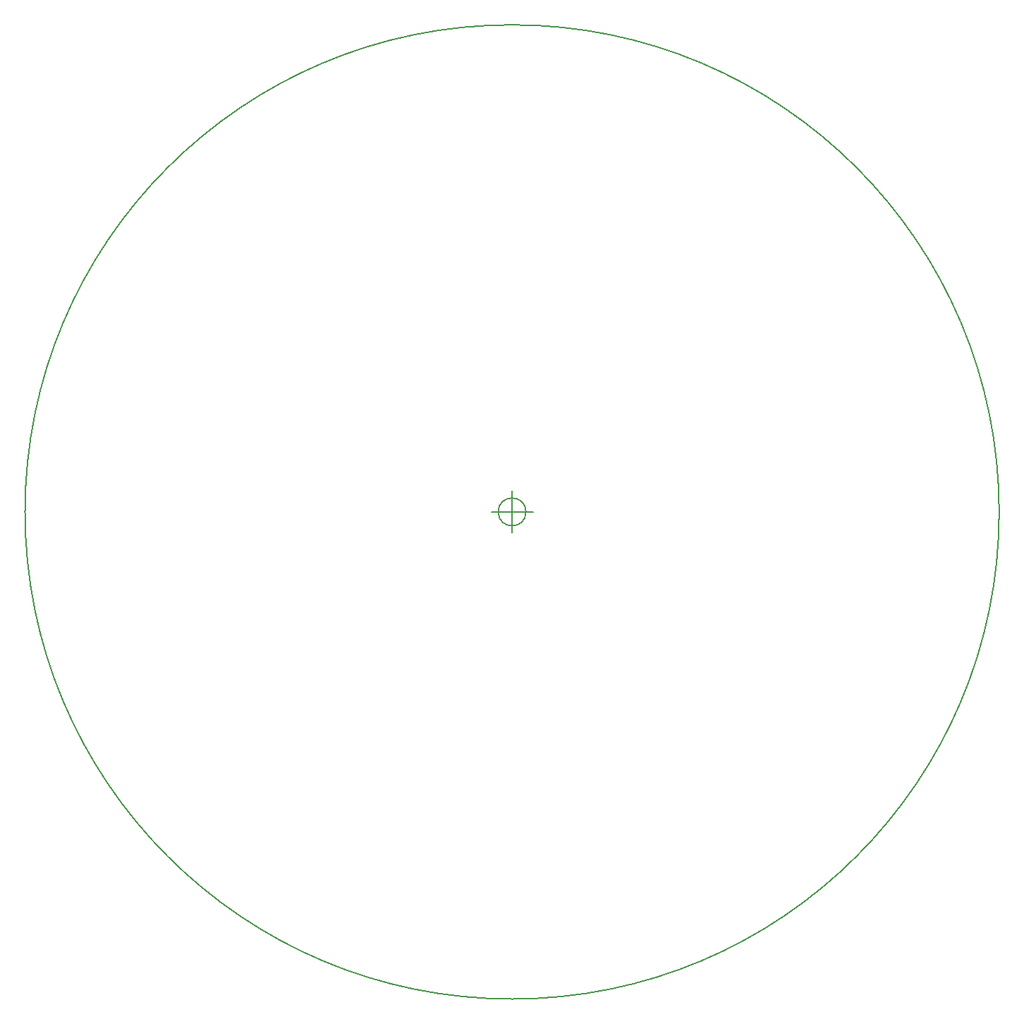
<source format=gbr>
G04 #@! TF.FileFunction,Profile,NP*
%FSLAX46Y46*%
G04 Gerber Fmt 4.6, Leading zero omitted, Abs format (unit mm)*
G04 Created by KiCad (PCBNEW 4.0.2-stable) date 7/19/2017 10:06:20 AM*
%MOMM*%
G01*
G04 APERTURE LIST*
%ADD10C,0.100000*%
%ADD11C,0.150000*%
G04 APERTURE END LIST*
D10*
D11*
X200715191Y-106680000D02*
G75*
G03X200715191Y-106680000I-58475191J0D01*
G01*
X143906666Y-106680000D02*
G75*
G03X143906666Y-106680000I-1666666J0D01*
G01*
X139740000Y-106680000D02*
X144740000Y-106680000D01*
X142240000Y-104180000D02*
X142240000Y-109180000D01*
M02*

</source>
